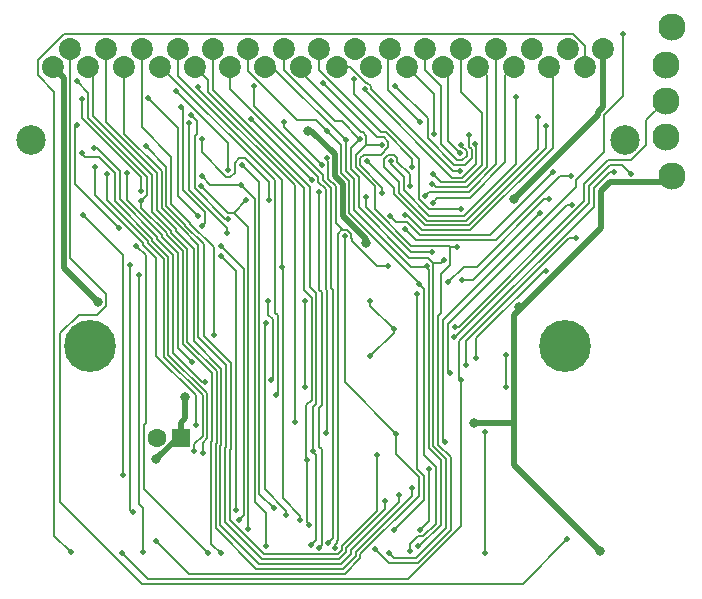
<source format=gbr>
%TF.GenerationSoftware,KiCad,Pcbnew,(6.0.2)*%
%TF.CreationDate,2022-08-06T21:19:04-05:00*%
%TF.ProjectId,CP RSF,43502052-5346-42e6-9b69-6361645f7063,rev?*%
%TF.SameCoordinates,Original*%
%TF.FileFunction,Copper,L2,Bot*%
%TF.FilePolarity,Positive*%
%FSLAX46Y46*%
G04 Gerber Fmt 4.6, Leading zero omitted, Abs format (unit mm)*
G04 Created by KiCad (PCBNEW (6.0.2)) date 2022-08-06 21:19:04*
%MOMM*%
%LPD*%
G01*
G04 APERTURE LIST*
%TA.AperFunction,ComponentPad*%
%ADD10C,2.300000*%
%TD*%
%TA.AperFunction,ComponentPad*%
%ADD11C,4.400000*%
%TD*%
%TA.AperFunction,ComponentPad*%
%ADD12C,2.500000*%
%TD*%
%TA.AperFunction,ComponentPad*%
%ADD13R,1.600000X1.600000*%
%TD*%
%TA.AperFunction,ComponentPad*%
%ADD14C,1.600000*%
%TD*%
%TA.AperFunction,ComponentPad*%
%ADD15C,1.860000*%
%TD*%
%TA.AperFunction,ViaPad*%
%ADD16C,0.500000*%
%TD*%
%TA.AperFunction,ViaPad*%
%ADD17C,0.800000*%
%TD*%
%TA.AperFunction,Conductor*%
%ADD18C,0.200000*%
%TD*%
%TA.AperFunction,Conductor*%
%ADD19C,0.500000*%
%TD*%
G04 APERTURE END LIST*
D10*
%TO.P,S1,1,A*%
%TO.N,unconnected-(S1-Pad1)*%
X169552000Y-84772000D03*
%TO.P,S1,2,B*%
%TO.N,/Switch*%
X169540000Y-81722000D03*
%TO.P,S1,3,C*%
%TO.N,/GND*%
X169568000Y-78698000D03*
%TO.P,S1,4,Case_GND*%
X170027000Y-88067000D03*
%TO.P,S1,5,Case_GND*%
%TO.N,unconnected-(S1-Pad5)*%
X170038000Y-75501000D03*
%TD*%
D11*
%TO.P,Hole3,1*%
%TO.N,N/C*%
X161043000Y-102433000D03*
%TD*%
D12*
%TO.P,Hole1,1*%
%TO.N,N/C*%
X115831000Y-85035000D03*
%TD*%
D13*
%TO.P,C8,1*%
%TO.N,/VCC*%
X128473100Y-110218000D03*
D14*
%TO.P,C8,2*%
%TO.N,/GND*%
X126473100Y-110218000D03*
%TD*%
D12*
%TO.P,Hole2,1*%
%TO.N,N/C*%
X166073000Y-85049000D03*
%TD*%
D15*
%TO.P,J2,1,+3.3V/+5V*%
%TO.N,/VCC*%
X164245000Y-77303000D03*
%TO.P,J2,2,Clock*%
%TO.N,/Clock*%
X162698500Y-78811000D03*
%TO.P,J2,3,/WR*%
%TO.N,/Write*%
X161230100Y-77302900D03*
%TO.P,J2,4,/RD*%
%TO.N,/Read_Top*%
X159682000Y-78809000D03*
%TO.P,J2,5,/CS.ROM*%
%TO.N,/CS.ROM*%
X158212000Y-77303000D03*
%TO.P,J2,6,AD0*%
%TO.N,/AD0*%
X156666000Y-78811000D03*
%TO.P,J2,7,AD1*%
%TO.N,/AD1*%
X155197600Y-77302900D03*
%TO.P,J2,8,AD2*%
%TO.N,/AD2*%
X153648000Y-78810000D03*
%TO.P,J2,9,AD3*%
%TO.N,/AD3*%
X152222000Y-77304000D03*
%TO.P,J2,10,AD4*%
%TO.N,/AD4*%
X150673200Y-78811000D03*
%TO.P,J2,11,AD5*%
%TO.N,/AD5*%
X149165100Y-77302900D03*
%TO.P,J2,12,AD6*%
%TO.N,/AD6*%
X147613000Y-78811000D03*
%TO.P,J2,13,AD7*%
%TO.N,/AD7*%
X146148800Y-77302900D03*
%TO.P,J2,14,AD8*%
%TO.N,/AD8*%
X144599000Y-78811000D03*
%TO.P,J2,15,AD9*%
%TO.N,/AD9*%
X143213000Y-77302000D03*
%TO.P,J2,16,AD10*%
%TO.N,/AD10*%
X141662000Y-78812000D03*
%TO.P,J2,17,AD11*%
%TO.N,/AD11*%
X140192000Y-77303000D03*
%TO.P,J2,18,AD12*%
%TO.N,/AD12*%
X138647000Y-78810000D03*
%TO.P,J2,19,AD13*%
%TO.N,/AD13*%
X137178000Y-77304000D03*
%TO.P,J2,20,AD14*%
%TO.N,/AD14*%
X135630000Y-78812000D03*
%TO.P,J2,21,AD15*%
%TO.N,/AD15*%
X134162000Y-77302000D03*
%TO.P,J2,22,A16*%
%TO.N,/A16*%
X132617000Y-78810000D03*
%TO.P,J2,23,A17*%
%TO.N,/A17*%
X131184000Y-77301000D03*
%TO.P,J2,24,A18*%
%TO.N,/A18*%
X129640000Y-78811000D03*
%TO.P,J2,25,A19*%
%TO.N,/A19*%
X128249000Y-77306000D03*
%TO.P,J2,26,A20*%
%TO.N,/A20*%
X126698000Y-78809000D03*
%TO.P,J2,27,A21*%
%TO.N,/A21*%
X125153000Y-77304000D03*
%TO.P,J2,28,A22*%
%TO.N,/A22*%
X123646000Y-78811000D03*
%TO.P,J2,29,A23*%
%TO.N,/A23*%
X122139000Y-77304000D03*
%TO.P,J2,30,/CS.SRAM*%
%TO.N,/CS.SRAM*%
X120632000Y-78819000D03*
%TO.P,J2,31,/REQ*%
%TO.N,/REQ*%
X119117000Y-77304000D03*
%TO.P,J2,32,GND*%
%TO.N,/GND*%
X117613500Y-78811000D03*
%TD*%
D11*
%TO.P,Hole4,1*%
%TO.N,N/C*%
X120795000Y-102481000D03*
%TD*%
D16*
%TO.N,/AD12.B4*%
X159615800Y-90037700D03*
X151073900Y-97076100D03*
%TO.N,/AD13.B5*%
X152273300Y-96874900D03*
X158870100Y-91220200D03*
%TO.N,/AD14.B6*%
X153447300Y-103475400D03*
X159419000Y-96086000D03*
%TO.N,/AD15.B7*%
X155969500Y-103218300D03*
X155969500Y-105971300D03*
X138963900Y-105971300D03*
X138963900Y-98622800D03*
%TO.N,/AD8.B0*%
X161478200Y-88074300D03*
X147429100Y-92573300D03*
%TO.N,/AD9.B1*%
X161574900Y-90501800D03*
X151230800Y-104786700D03*
X136151000Y-105328800D03*
X135879000Y-98694600D03*
%TO.N,/AD10.B2*%
X159968500Y-87744300D03*
X146196700Y-91421400D03*
%TO.N,/AD11.B3*%
X152628000Y-104109000D03*
X161937700Y-93355400D03*
%TO.N,/AD7.B7*%
X120098000Y-86155100D03*
X130311700Y-111556100D03*
%TO.N,/AD6.B6*%
X130481400Y-105480000D03*
X121083700Y-85738900D03*
%TO.N,/AD5.B5*%
X121192500Y-87348100D03*
X129738800Y-109189000D03*
%TO.N,/AD4.B4*%
X129600100Y-111360000D03*
X122187800Y-87872500D03*
%TO.N,/AD0.B0*%
X145052700Y-111729000D03*
X125502900Y-85557100D03*
%TO.N,/AD1.B1*%
X129943400Y-80516400D03*
X138099900Y-108867600D03*
%TO.N,/AD2.B2*%
X123923100Y-87798600D03*
X129415100Y-103848000D03*
%TO.N,/AD3.B3*%
X120224900Y-91382600D03*
X123608700Y-113356200D03*
%TO.N,/CS.SRAM*%
X148070700Y-114492300D03*
%TO.N,/A23*%
X146977900Y-115080700D03*
%TO.N,/A22*%
X145751300Y-115570700D03*
%TO.N,/A21*%
X131257900Y-101569000D03*
X137386200Y-116770300D03*
X135688100Y-100552800D03*
%TO.N,/A20*%
X136548600Y-106649000D03*
X154211500Y-109735600D03*
X154211500Y-119961000D03*
%TO.N,/A19*%
X137028100Y-95743500D03*
X138589900Y-117186600D03*
%TO.N,/A18*%
X139161300Y-112149000D03*
X139367500Y-117583500D03*
%TO.N,/A17*%
X139648900Y-111370200D03*
X139496500Y-119342700D03*
%TO.N,/A16*%
X140754100Y-109870600D03*
X148748300Y-118027800D03*
X149500500Y-112915400D03*
%TO.N,/CS.ROM*%
X152165200Y-105379000D03*
X165160600Y-87744100D03*
X123477300Y-119953800D03*
%TO.N,/Clock*%
X119154000Y-119938500D03*
%TO.N,/AD15*%
X148632300Y-97208900D03*
X147913100Y-119855600D03*
X140863800Y-84238800D03*
%TO.N,/AD7*%
X135670700Y-119411100D03*
X148731300Y-83507400D03*
X133539300Y-88853700D03*
X130226000Y-88094100D03*
%TO.N,/AD14*%
X149313400Y-95696500D03*
X148517100Y-119438400D03*
X142440200Y-85035900D03*
%TO.N,/AD6*%
X149937300Y-84496000D03*
X134203000Y-117951800D03*
X130222000Y-88904900D03*
X134026500Y-90119500D03*
%TO.N,/AD13*%
X143641500Y-84911800D03*
X146076200Y-119961700D03*
X150727400Y-95221900D03*
%TO.N,/AD5*%
X125136500Y-90225700D03*
X119675000Y-80049200D03*
X131845000Y-120024200D03*
X152229300Y-85431000D03*
%TO.N,/AD12*%
X151889900Y-94051200D03*
X144933700Y-119641700D03*
X145506400Y-85412100D03*
%TO.N,/AD4*%
X152093600Y-86154500D03*
X130799100Y-119974400D03*
X124717700Y-93964800D03*
%TO.N,/AD11*%
X140818200Y-86539400D03*
X148068400Y-87315000D03*
X146022800Y-95693900D03*
X141537000Y-119530100D03*
%TO.N,/AD3*%
X149844200Y-87945400D03*
X133414900Y-117187000D03*
X131884500Y-94011600D03*
%TO.N,/AD10*%
X152075200Y-87654900D03*
X140951600Y-119125200D03*
X134673100Y-80460100D03*
%TO.N,/AD2*%
X133170800Y-116387800D03*
X131902000Y-94821000D03*
X149773500Y-88747200D03*
%TO.N,/AD9*%
X140522800Y-80242000D03*
X145545900Y-89505600D03*
X140199000Y-119545200D03*
X140199000Y-89454700D03*
%TO.N,/AD1*%
X149153800Y-89756500D03*
X124439900Y-116545700D03*
X124210700Y-95631200D03*
%TO.N,/AD8*%
X152180000Y-90883600D03*
X143146500Y-79903400D03*
X146540000Y-118075100D03*
X148496400Y-98040300D03*
%TO.N,/AD0*%
X149785700Y-90349200D03*
X125311500Y-119950700D03*
X124961400Y-96445700D03*
%TO.N,/Read_Bottom*%
X146681200Y-109882900D03*
X126394100Y-118998200D03*
X142351700Y-93176100D03*
%TO.N,/SST.A0*%
X149781500Y-94538700D03*
X144115500Y-89854800D03*
%TO.N,/SST.A1*%
X132394600Y-92861600D03*
X129200500Y-83612300D03*
%TO.N,/SST.A2*%
X132483500Y-91729100D03*
X129295000Y-82906800D03*
%TO.N,/SST.A3*%
X130254900Y-92296900D03*
X128506900Y-82216400D03*
%TO.N,/SST.A4*%
X125724800Y-81499200D03*
X129950500Y-91431000D03*
%TO.N,/SST.A5*%
X128078800Y-80899700D03*
X132473100Y-87534600D03*
%TO.N,/SST.A6*%
X119724500Y-83760900D03*
X123253200Y-92505800D03*
%TO.N,/SST.A7*%
X125091100Y-89352700D03*
X120067200Y-81572400D03*
%TO.N,/Write*%
X136348200Y-116189200D03*
X133668800Y-87115700D03*
X150851800Y-110618800D03*
X165919000Y-76060100D03*
%TO.N,/SST.A8*%
X156836300Y-81362700D03*
X146264300Y-86821200D03*
X135909200Y-90078100D03*
X130228900Y-84931000D03*
%TO.N,/SST.A10*%
X159401600Y-83869800D03*
X144219000Y-86812300D03*
X140415300Y-87126900D03*
X137235300Y-83530900D03*
%TO.N,/SST.A11*%
X158720400Y-83099800D03*
X147879900Y-88904600D03*
X139574600Y-88408200D03*
X134389300Y-83223100D03*
%TO.N,/SST.A14*%
X152862300Y-84612800D03*
X146601400Y-80422500D03*
%TO.N,/SST.A15*%
X153412400Y-85351400D03*
X144043000Y-80710800D03*
%TO.N,/Switch*%
X151690200Y-100840300D03*
%TO.N,/245.OE*%
X151615100Y-101699200D03*
X166554300Y-87885400D03*
X146509700Y-101037300D03*
X144530600Y-98681700D03*
X144501400Y-103357000D03*
%TO.N,/Read_Top*%
X147486900Y-91403300D03*
D17*
%TO.N,/GND*%
X153265500Y-108996700D03*
X139250800Y-84235600D03*
X144179700Y-93783800D03*
X121442600Y-98741400D03*
X157114000Y-99154700D03*
X163960000Y-119814800D03*
D16*
%TO.N,/REQ*%
X161209300Y-118801700D03*
D17*
%TO.N,/VCC*%
X156671100Y-90006500D03*
X128844500Y-106774200D03*
X126392900Y-112066300D03*
%TD*%
D18*
%TO.N,/AD12.B4*%
X152410600Y-95739400D02*
X151073900Y-97076100D01*
X153518000Y-95739400D02*
X152410600Y-95739400D01*
X159219600Y-90037800D02*
X153518000Y-95739400D01*
X159615800Y-90037800D02*
X159219600Y-90037800D01*
X159615800Y-90037700D02*
X159615800Y-90037800D01*
%TO.N,/AD13.B5*%
X153215400Y-96874900D02*
X158870100Y-91220200D01*
X152273300Y-96874900D02*
X153215400Y-96874900D01*
%TO.N,/AD14.B6*%
X153447300Y-101831500D02*
X153447300Y-103475400D01*
X159192800Y-96086000D02*
X153447300Y-101831500D01*
X159419000Y-96086000D02*
X159192800Y-96086000D01*
%TO.N,/AD15.B7*%
X155969500Y-103218300D02*
X155969500Y-105971300D01*
X138963900Y-98622800D02*
X138963900Y-105971300D01*
%TO.N,/AD8.B0*%
X160547500Y-88074300D02*
X161478200Y-88074300D01*
X155125800Y-93496000D02*
X160547500Y-88074300D01*
X148351800Y-93496000D02*
X155125800Y-93496000D01*
X147429100Y-92573300D02*
X148351800Y-93496000D01*
%TO.N,/AD9.B1*%
X135879000Y-99813100D02*
X135879000Y-98694600D01*
X136268700Y-100202800D02*
X135879000Y-99813100D01*
X136268700Y-105211100D02*
X136268700Y-100202800D01*
X136151000Y-105328800D02*
X136268700Y-105211100D01*
X151063100Y-104619000D02*
X151230800Y-104786700D01*
X151063100Y-100600600D02*
X151063100Y-104619000D01*
X161161900Y-90501800D02*
X151063100Y-100600600D01*
X161574900Y-90501800D02*
X161161900Y-90501800D01*
%TO.N,/AD10.B2*%
X154625800Y-93087000D02*
X159968500Y-87744300D01*
X148720900Y-93087000D02*
X154625800Y-93087000D01*
X147590100Y-91956200D02*
X148720900Y-93087000D01*
X146731500Y-91956200D02*
X147590100Y-91956200D01*
X146196700Y-91421400D02*
X146731500Y-91956200D01*
%TO.N,/AD11.B3*%
X152628000Y-102056700D02*
X152628000Y-104109000D01*
X161329300Y-93355400D02*
X152628000Y-102056700D01*
X161937700Y-93355400D02*
X161329300Y-93355400D01*
%TO.N,/AD7.B7*%
X120374200Y-86431300D02*
X120098000Y-86155100D01*
X121524600Y-86431300D02*
X120374200Y-86431300D01*
X122884100Y-87790800D02*
X121524600Y-86431300D01*
X122884100Y-90221700D02*
X122884100Y-87790800D01*
X126068000Y-93405600D02*
X122884100Y-90221700D01*
X126068000Y-93592700D02*
X126068000Y-93405600D01*
X127429300Y-94954000D02*
X126068000Y-93592700D01*
X127429300Y-103206100D02*
X127429300Y-94954000D01*
X130711800Y-106488600D02*
X127429300Y-103206100D01*
X130711800Y-110251900D02*
X130711800Y-106488600D01*
X130311700Y-110652000D02*
X130711800Y-110251900D01*
X130311700Y-111556100D02*
X130311700Y-110652000D01*
%TO.N,/AD6.B6*%
X121398000Y-85738900D02*
X121083700Y-85738900D01*
X123284200Y-87625100D02*
X121398000Y-85738900D01*
X123284200Y-90056000D02*
X123284200Y-87625100D01*
X126468100Y-93239900D02*
X123284200Y-90056000D01*
X126468100Y-93427000D02*
X126468100Y-93239900D01*
X127829400Y-94788300D02*
X126468100Y-93427000D01*
X127829400Y-103040400D02*
X127829400Y-94788300D01*
X130269000Y-105480000D02*
X127829400Y-103040400D01*
X130481400Y-105480000D02*
X130269000Y-105480000D01*
%TO.N,/AD5.B5*%
X121192500Y-89661700D02*
X121192500Y-87348100D01*
X125267800Y-93737000D02*
X121192500Y-89661700D01*
X125267800Y-93924100D02*
X125267800Y-93737000D01*
X126394800Y-95051100D02*
X125267800Y-93924100D01*
X126394800Y-103303300D02*
X126394800Y-95051100D01*
X129738800Y-106647300D02*
X126394800Y-103303300D01*
X129738800Y-109189000D02*
X129738800Y-106647300D01*
%TO.N,/AD4.B4*%
X122187800Y-90091200D02*
X122187800Y-87872500D01*
X125667900Y-93571300D02*
X122187800Y-90091200D01*
X125667900Y-93758400D02*
X125667900Y-93571300D01*
X127029200Y-95119700D02*
X125667900Y-93758400D01*
X127029200Y-103371800D02*
X127029200Y-95119700D01*
X130311700Y-106654300D02*
X127029200Y-103371800D01*
X130311700Y-110064100D02*
X130311700Y-106654300D01*
X129600100Y-110775700D02*
X130311700Y-110064100D01*
X129600100Y-111360000D02*
X129600100Y-110775700D01*
%TO.N,/AD0.B0*%
X127241600Y-87295800D02*
X125502900Y-85557100D01*
X127241600Y-90618500D02*
X127241600Y-87295800D01*
X128868700Y-92245600D02*
X127241600Y-90618500D01*
X128868700Y-92268600D02*
X128868700Y-92245600D01*
X130412700Y-93812600D02*
X128868700Y-92268600D01*
X130412700Y-101632300D02*
X130412700Y-93812600D01*
X132712300Y-103931900D02*
X130412700Y-101632300D01*
X132712300Y-111158200D02*
X132712300Y-103931900D01*
X132615400Y-111255100D02*
X132712300Y-111158200D01*
X132615400Y-117198500D02*
X132615400Y-111255100D01*
X135514800Y-120097900D02*
X132615400Y-117198500D01*
X141747200Y-120097900D02*
X135514800Y-120097900D01*
X142087100Y-119758000D02*
X141747200Y-120097900D01*
X142087100Y-119396500D02*
X142087100Y-119758000D01*
X145052700Y-116430900D02*
X142087100Y-119396500D01*
X145052700Y-111729000D02*
X145052700Y-116430900D01*
%TO.N,/AD1.B1*%
X129943400Y-80687000D02*
X129943400Y-80516400D01*
X138099900Y-88843500D02*
X129943400Y-80687000D01*
X138099900Y-108867600D02*
X138099900Y-88843500D01*
%TO.N,/AD2.B2*%
X123923100Y-90129100D02*
X123923100Y-87798600D01*
X126868200Y-93074200D02*
X123923100Y-90129100D01*
X126868200Y-93261300D02*
X126868200Y-93074200D01*
X128229500Y-94622600D02*
X126868200Y-93261300D01*
X128229500Y-102662400D02*
X128229500Y-94622600D01*
X129415100Y-103848000D02*
X128229500Y-102662400D01*
%TO.N,/AD3.B3*%
X123608700Y-94766400D02*
X123608700Y-113356200D01*
X120224900Y-91382600D02*
X123608700Y-94766400D01*
%TO.N,/CS.SRAM*%
X121032100Y-79219100D02*
X120632000Y-78819000D01*
X121032100Y-82996200D02*
X121032100Y-79219100D01*
X126041300Y-88005400D02*
X121032100Y-82996200D01*
X126041300Y-91115600D02*
X126041300Y-88005400D01*
X127668400Y-92742700D02*
X126041300Y-91115600D01*
X127668400Y-92929900D02*
X127668400Y-92742700D01*
X129029700Y-94291200D02*
X127668400Y-92929900D01*
X129029700Y-102118800D02*
X129029700Y-94291200D01*
X131512000Y-104601100D02*
X129029700Y-102118800D01*
X131512000Y-110661100D02*
X131512000Y-104601100D01*
X131415100Y-110758000D02*
X131512000Y-110661100D01*
X131415100Y-117909700D02*
X131415100Y-110758000D01*
X134822200Y-121316800D02*
X131415100Y-117909700D01*
X142225700Y-121316800D02*
X134822200Y-121316800D01*
X143287400Y-120255100D02*
X142225700Y-121316800D01*
X143287400Y-119944400D02*
X143287400Y-120255100D01*
X148070700Y-115161100D02*
X143287400Y-119944400D01*
X148070700Y-114492300D02*
X148070700Y-115161100D01*
%TO.N,/A23*%
X122139000Y-83537100D02*
X122139000Y-77304000D01*
X126441400Y-87839500D02*
X122139000Y-83537100D01*
X126441400Y-90949900D02*
X126441400Y-87839500D01*
X128068500Y-92577000D02*
X126441400Y-90949900D01*
X128068500Y-92764200D02*
X128068500Y-92577000D01*
X129553800Y-94249500D02*
X128068500Y-92764200D01*
X129553800Y-102077100D02*
X129553800Y-94249500D01*
X131912100Y-104435400D02*
X129553800Y-102077100D01*
X131912100Y-110826800D02*
X131912100Y-104435400D01*
X131815200Y-110923700D02*
X131912100Y-110826800D01*
X131815200Y-117638900D02*
X131815200Y-110923700D01*
X135093000Y-120916700D02*
X131815200Y-117638900D01*
X142060000Y-120916700D02*
X135093000Y-120916700D01*
X142887300Y-120089400D02*
X142060000Y-120916700D01*
X142887300Y-119778700D02*
X142887300Y-120089400D01*
X146977900Y-115688100D02*
X142887300Y-119778700D01*
X146977900Y-115080700D02*
X146977900Y-115688100D01*
%TO.N,/A22*%
X123646000Y-84478200D02*
X123646000Y-78811000D01*
X126841500Y-87673700D02*
X123646000Y-84478200D01*
X126841500Y-90784200D02*
X126841500Y-87673700D01*
X128468600Y-92411300D02*
X126841500Y-90784200D01*
X128468600Y-92434200D02*
X128468600Y-92411300D01*
X129954000Y-93919600D02*
X128468600Y-92434200D01*
X129954000Y-101739600D02*
X129954000Y-93919600D01*
X132312200Y-104097800D02*
X129954000Y-101739600D01*
X132312200Y-110992500D02*
X132312200Y-104097800D01*
X132215300Y-111089400D02*
X132312200Y-110992500D01*
X132215300Y-117395100D02*
X132215300Y-111089400D01*
X135336800Y-120516600D02*
X132215300Y-117395100D01*
X141894300Y-120516600D02*
X135336800Y-120516600D01*
X142487200Y-119923700D02*
X141894300Y-120516600D01*
X142487200Y-119562200D02*
X142487200Y-119923700D01*
X145751300Y-116298100D02*
X142487200Y-119562200D01*
X145751300Y-115570700D02*
X145751300Y-116298100D01*
%TO.N,/A21*%
X137386200Y-116397400D02*
X137386200Y-116770300D01*
X135600900Y-114612100D02*
X137386200Y-116397400D01*
X135600900Y-100640000D02*
X135600900Y-114612100D01*
X135688100Y-100552800D02*
X135600900Y-100640000D01*
X125153000Y-83949300D02*
X125153000Y-77304000D01*
X127641700Y-86438000D02*
X125153000Y-83949300D01*
X127641700Y-90452800D02*
X127641700Y-86438000D01*
X129268800Y-92079900D02*
X127641700Y-90452800D01*
X129268800Y-92102700D02*
X129268800Y-92079900D01*
X131257900Y-94091800D02*
X129268800Y-92102700D01*
X131257900Y-101569000D02*
X131257900Y-94091800D01*
%TO.N,/A20*%
X154211500Y-109735600D02*
X154211500Y-119961000D01*
X136701100Y-106496500D02*
X136548600Y-106649000D01*
X136701100Y-99869200D02*
X136701100Y-106496500D01*
X136468700Y-99636800D02*
X136701100Y-99869200D01*
X136468700Y-88452200D02*
X136468700Y-99636800D01*
X126825500Y-78809000D02*
X136468700Y-88452200D01*
X126698000Y-78809000D02*
X126825500Y-78809000D01*
%TO.N,/A19*%
X137028100Y-88392400D02*
X137028100Y-95743500D01*
X128249000Y-79613300D02*
X137028100Y-88392400D01*
X128249000Y-77306000D02*
X128249000Y-79613300D01*
X137101200Y-95816600D02*
X137028100Y-95743500D01*
X137101200Y-115346300D02*
X137101200Y-95816600D01*
X138589900Y-116835000D02*
X137101200Y-115346300D01*
X138589900Y-117186600D02*
X138589900Y-116835000D01*
%TO.N,/A18*%
X139161300Y-117377300D02*
X139367500Y-117583500D01*
X139161300Y-112149000D02*
X139161300Y-117377300D01*
X130783800Y-79954800D02*
X129640000Y-78811000D01*
X130783800Y-80961500D02*
X130783800Y-79954800D01*
X138874700Y-89052400D02*
X130783800Y-80961500D01*
X138874700Y-97698600D02*
X138874700Y-89052400D01*
X139548900Y-98372800D02*
X138874700Y-97698600D01*
X139548900Y-106998900D02*
X139548900Y-98372800D01*
X139074500Y-107473300D02*
X139548900Y-106998900D01*
X139074500Y-112062200D02*
X139074500Y-107473300D01*
X139161300Y-112149000D02*
X139074500Y-112062200D01*
%TO.N,/A17*%
X139949000Y-118890200D02*
X139496500Y-119342700D01*
X139949000Y-111670300D02*
X139949000Y-118890200D01*
X139648900Y-111370200D02*
X139949000Y-111670300D01*
X131184000Y-80795900D02*
X131184000Y-77301000D01*
X139416000Y-89027900D02*
X131184000Y-80795900D01*
X139416000Y-97473900D02*
X139416000Y-89027900D01*
X139949000Y-98006900D02*
X139416000Y-97473900D01*
X139949000Y-107364500D02*
X139949000Y-98006900D01*
X139648900Y-107664600D02*
X139949000Y-107364500D01*
X139648900Y-111370200D02*
X139648900Y-107664600D01*
%TO.N,/A16*%
X149500500Y-117275600D02*
X149500500Y-112915400D01*
X148748300Y-118027800D02*
X149500500Y-117275600D01*
X132617000Y-80672700D02*
X132617000Y-78810000D01*
X140124700Y-88180400D02*
X132617000Y-80672700D01*
X140124700Y-88582700D02*
X140124700Y-88180400D01*
X140754100Y-89212100D02*
X140124700Y-88582700D01*
X140754100Y-97680400D02*
X140754100Y-89212100D01*
X140849200Y-97775500D02*
X140754100Y-97680400D01*
X140849200Y-109775500D02*
X140849200Y-97775500D01*
X140754100Y-109870600D02*
X140849200Y-109775500D01*
%TO.N,/CS.ROM*%
X125692100Y-122168600D02*
X123477300Y-119953800D01*
X147727300Y-122168600D02*
X125692100Y-122168600D01*
X152165200Y-117730700D02*
X147727300Y-122168600D01*
X152165200Y-105379000D02*
X152165200Y-117730700D01*
X152060300Y-105274100D02*
X152165200Y-105379000D01*
X152060300Y-102032100D02*
X152060300Y-105274100D01*
X163434700Y-90657700D02*
X152060300Y-102032100D01*
X163434700Y-89099000D02*
X163434700Y-90657700D01*
X164789600Y-87744100D02*
X163434700Y-89099000D01*
X165160600Y-87744100D02*
X164789600Y-87744100D01*
%TO.N,/Clock*%
X162698500Y-77031400D02*
X162698500Y-78811000D01*
X161693300Y-76026200D02*
X162698500Y-77031400D01*
X118607900Y-76026200D02*
X161693300Y-76026200D01*
X116343800Y-78290300D02*
X118607900Y-76026200D01*
X116343800Y-79499900D02*
X116343800Y-78290300D01*
X117768000Y-80924100D02*
X116343800Y-79499900D01*
X117768000Y-118552500D02*
X117768000Y-80924100D01*
X119154000Y-119938500D02*
X117768000Y-118552500D01*
%TO.N,/AD15*%
X149062600Y-97639200D02*
X148632300Y-97208900D01*
X149062600Y-111699600D02*
X149062600Y-97639200D01*
X150056600Y-112693600D02*
X149062600Y-111699600D01*
X150056600Y-117497500D02*
X150056600Y-112693600D01*
X148976200Y-118577900D02*
X150056600Y-117497500D01*
X148596000Y-118577900D02*
X148976200Y-118577900D01*
X147913100Y-119260800D02*
X148596000Y-118577900D01*
X147913100Y-119855600D02*
X147913100Y-119260800D01*
X142068400Y-85443400D02*
X140863800Y-84238800D01*
X142068400Y-87838700D02*
X142068400Y-85443400D01*
X142727600Y-88497900D02*
X142068400Y-87838700D01*
X142727600Y-91218100D02*
X142727600Y-88497900D01*
X148632300Y-97122800D02*
X142727600Y-91218100D01*
X148632300Y-97208900D02*
X148632300Y-97122800D01*
X139952600Y-83327600D02*
X140863800Y-84238800D01*
X138344300Y-83327600D02*
X139952600Y-83327600D01*
X134162000Y-79145300D02*
X138344300Y-83327600D01*
X134162000Y-77302000D02*
X134162000Y-79145300D01*
%TO.N,/AD7*%
X146051300Y-80827400D02*
X148731300Y-83507400D01*
X146051300Y-77400400D02*
X146051300Y-80827400D01*
X146148800Y-77302900D02*
X146051300Y-77400400D01*
X130985600Y-88853700D02*
X130226000Y-88094100D01*
X133539300Y-88853700D02*
X130985600Y-88853700D01*
X135670700Y-116643300D02*
X135670700Y-119411100D01*
X134732100Y-115704700D02*
X135670700Y-116643300D01*
X134732100Y-90046500D02*
X134732100Y-115704700D01*
X133539300Y-88853700D02*
X134732100Y-90046500D01*
%TO.N,/AD14*%
X149240500Y-95769400D02*
X149313400Y-95696500D01*
X136216300Y-78812000D02*
X135630000Y-78812000D01*
X142440200Y-85035900D02*
X136216300Y-78812000D01*
X149462700Y-95991600D02*
X149240500Y-95769400D01*
X149462700Y-111139600D02*
X149462700Y-95991600D01*
X150469900Y-112146800D02*
X149462700Y-111139600D01*
X150469900Y-117650000D02*
X150469900Y-112146800D01*
X148681500Y-119438400D02*
X150469900Y-117650000D01*
X148517100Y-119438400D02*
X148681500Y-119438400D01*
X142468500Y-85064200D02*
X142440200Y-85035900D01*
X142468500Y-87673000D02*
X142468500Y-85064200D01*
X143127700Y-88332200D02*
X142468500Y-87673000D01*
X143127700Y-90920300D02*
X143127700Y-88332200D01*
X147976800Y-95769400D02*
X143127700Y-90920300D01*
X149240500Y-95769400D02*
X147976800Y-95769400D01*
%TO.N,/AD6*%
X149937300Y-81135300D02*
X149937300Y-84496000D01*
X147613000Y-78811000D02*
X149937300Y-81135300D01*
X132496000Y-91178900D02*
X132967100Y-91178900D01*
X130222000Y-88904900D02*
X132496000Y-91178900D01*
X134203000Y-92414800D02*
X132967100Y-91178900D01*
X134203000Y-117951800D02*
X134203000Y-92414800D01*
X132967100Y-91178900D02*
X134026500Y-90119500D01*
%TO.N,/AD13*%
X137178000Y-79087100D02*
X137178000Y-77304000D01*
X141496400Y-83405500D02*
X137178000Y-79087100D01*
X142086600Y-83405500D02*
X141496400Y-83405500D01*
X143592900Y-84911800D02*
X142086600Y-83405500D01*
X143641500Y-84911800D02*
X143592900Y-84911800D01*
X150524400Y-95424900D02*
X150727400Y-95221900D01*
X149867900Y-95424900D02*
X150524400Y-95424900D01*
X149867900Y-99760700D02*
X149867900Y-95424900D01*
X149862800Y-99765800D02*
X149867900Y-99760700D01*
X149862800Y-110973900D02*
X149862800Y-99765800D01*
X150907600Y-112018700D02*
X149862800Y-110973900D01*
X150907600Y-117856700D02*
X150907600Y-112018700D01*
X148358600Y-120405700D02*
X150907600Y-117856700D01*
X146520200Y-120405700D02*
X148358600Y-120405700D01*
X146076200Y-119961700D02*
X146520200Y-120405700D01*
X142868600Y-85684700D02*
X143641500Y-84911800D01*
X142868600Y-87507300D02*
X142868600Y-85684700D01*
X143527800Y-88166500D02*
X142868600Y-87507300D01*
X143527800Y-90711100D02*
X143527800Y-88166500D01*
X147810200Y-94993500D02*
X143527800Y-90711100D01*
X149436500Y-94993500D02*
X147810200Y-94993500D01*
X149867900Y-95424900D02*
X149436500Y-94993500D01*
%TO.N,/AD5*%
X120632000Y-81006200D02*
X119675000Y-80049200D01*
X120632000Y-83161900D02*
X120632000Y-81006200D01*
X125641200Y-88171100D02*
X120632000Y-83161900D01*
X125641200Y-89721000D02*
X125641200Y-88171100D01*
X125136500Y-90225700D02*
X125641200Y-89721000D01*
X152229300Y-85512000D02*
X152229300Y-85431000D01*
X152671200Y-85953900D02*
X152229300Y-85512000D01*
X152671200Y-86354900D02*
X152671200Y-85953900D01*
X152321500Y-86704600D02*
X152671200Y-86354900D01*
X151865800Y-86704600D02*
X152321500Y-86704600D01*
X150487400Y-85326200D02*
X151865800Y-86704600D01*
X150487400Y-80432900D02*
X150487400Y-85326200D01*
X149165100Y-79110600D02*
X150487400Y-80432900D01*
X149165100Y-77302900D02*
X149165100Y-79110600D01*
X125136500Y-90776700D02*
X125136500Y-90225700D01*
X127268300Y-92908500D02*
X125136500Y-90776700D01*
X127268300Y-93095600D02*
X127268300Y-92908500D01*
X128629600Y-94456900D02*
X127268300Y-93095600D01*
X128629600Y-102284500D02*
X128629600Y-94456900D01*
X131111900Y-104766800D02*
X128629600Y-102284500D01*
X131111900Y-110495400D02*
X131111900Y-104766800D01*
X131014900Y-110592400D02*
X131111900Y-110495400D01*
X131014900Y-119194100D02*
X131014900Y-110592400D01*
X131845000Y-120024200D02*
X131014900Y-119194100D01*
%TO.N,/AD12*%
X151284500Y-94051200D02*
X151889900Y-94051200D01*
X151284500Y-95605000D02*
X151284500Y-94051200D01*
X150487700Y-96401800D02*
X151284500Y-95605000D01*
X150487700Y-99706700D02*
X150487700Y-96401800D01*
X150262900Y-99931500D02*
X150487700Y-99706700D01*
X150262900Y-110808200D02*
X150262900Y-99931500D01*
X151307700Y-111853000D02*
X150262900Y-110808200D01*
X151307700Y-118022400D02*
X151307700Y-111853000D01*
X148524300Y-120805800D02*
X151307700Y-118022400D01*
X146097800Y-120805800D02*
X148524300Y-120805800D01*
X144933700Y-119641700D02*
X146097800Y-120805800D01*
X144191700Y-85412100D02*
X145506400Y-85412100D01*
X143268700Y-86335100D02*
X144191700Y-85412100D01*
X143268700Y-87341600D02*
X143268700Y-86335100D01*
X144889700Y-88962600D02*
X143268700Y-87341600D01*
X144889700Y-90899400D02*
X144889700Y-88962600D01*
X147978800Y-93988500D02*
X144889700Y-90899400D01*
X151221800Y-93988500D02*
X147978800Y-93988500D01*
X151284500Y-94051200D02*
X151221800Y-93988500D01*
X138647000Y-79263700D02*
X138647000Y-78810000D01*
X143745000Y-84361700D02*
X138647000Y-79263700D01*
X143869400Y-84361700D02*
X143745000Y-84361700D01*
X144191700Y-84684000D02*
X143869400Y-84361700D01*
X144191700Y-85412100D02*
X144191700Y-84684000D01*
%TO.N,/AD4*%
X151073300Y-85134200D02*
X152093600Y-86154500D01*
X151073300Y-79211100D02*
X151073300Y-85134200D01*
X150673200Y-78811000D02*
X151073300Y-79211100D01*
X125361500Y-114536800D02*
X130799100Y-119974400D01*
X125361500Y-109145100D02*
X125361500Y-114536800D01*
X125555500Y-108951100D02*
X125361500Y-109145100D01*
X125555500Y-94802600D02*
X125555500Y-108951100D01*
X124717700Y-93964800D02*
X125555500Y-94802600D01*
%TO.N,/AD11*%
X142204000Y-92626000D02*
X142161400Y-92583300D01*
X142579600Y-92626000D02*
X142204000Y-92626000D01*
X142901800Y-92948200D02*
X142579600Y-92626000D01*
X142901800Y-93323800D02*
X142901800Y-92948200D01*
X142942800Y-93364800D02*
X142901800Y-93323800D01*
X142942800Y-93536900D02*
X142942800Y-93364800D01*
X145099800Y-95693900D02*
X142942800Y-93536900D01*
X146022800Y-95693900D02*
X145099800Y-95693900D01*
X141788300Y-92956400D02*
X142161400Y-92583300D01*
X141788300Y-118909200D02*
X141788300Y-92956400D01*
X141699400Y-118998100D02*
X141788300Y-118909200D01*
X141699400Y-119155400D02*
X141699400Y-118998100D01*
X141537000Y-119317800D02*
X141699400Y-119155400D01*
X141537000Y-119530100D02*
X141537000Y-119317800D01*
X140818200Y-86751800D02*
X140818200Y-86539400D01*
X140965400Y-86899000D02*
X140818200Y-86751800D01*
X140965400Y-88291800D02*
X140965400Y-86899000D01*
X141627400Y-88953800D02*
X140965400Y-88291800D01*
X141627400Y-92049400D02*
X141627400Y-88953800D01*
X142161400Y-92583300D02*
X141627400Y-92049400D01*
X140192000Y-79107000D02*
X140192000Y-77303000D01*
X145455400Y-84370400D02*
X140192000Y-79107000D01*
X145808600Y-84370400D02*
X145455400Y-84370400D01*
X148068400Y-86630200D02*
X145808600Y-84370400D01*
X148068400Y-87315000D02*
X148068400Y-86630200D01*
%TO.N,/AD3*%
X133802900Y-95930000D02*
X131884500Y-94011600D01*
X133802900Y-116799000D02*
X133802900Y-95930000D01*
X133414900Y-117187000D02*
X133802900Y-116799000D01*
X150503900Y-88605100D02*
X149844200Y-87945400D01*
X152555700Y-88605100D02*
X150503900Y-88605100D01*
X153984500Y-87176300D02*
X152555700Y-88605100D01*
X153984500Y-82754900D02*
X153984500Y-87176300D01*
X152222000Y-80992400D02*
X153984500Y-82754900D01*
X152222000Y-77304000D02*
X152222000Y-80992400D01*
%TO.N,/AD10*%
X151516800Y-87654900D02*
X152075200Y-87654900D01*
X144593100Y-80731200D02*
X151516800Y-87654900D01*
X144593100Y-80482900D02*
X144593100Y-80731200D01*
X144270900Y-80160700D02*
X144593100Y-80482900D01*
X144181800Y-80160700D02*
X144270900Y-80160700D01*
X142833100Y-78812000D02*
X144181800Y-80160700D01*
X141662000Y-78812000D02*
X142833100Y-78812000D01*
X134673100Y-82163000D02*
X134673100Y-80460100D01*
X140524800Y-88014700D02*
X134673100Y-82163000D01*
X140524800Y-88417000D02*
X140524800Y-88014700D01*
X141188100Y-89080300D02*
X140524800Y-88417000D01*
X141188100Y-97548600D02*
X141188100Y-89080300D01*
X141328600Y-97689100D02*
X141188100Y-97548600D01*
X141328600Y-118748200D02*
X141328600Y-97689100D01*
X140951600Y-119125200D02*
X141328600Y-118748200D01*
%TO.N,/AD2*%
X133170800Y-96089800D02*
X133170800Y-116387800D01*
X131902000Y-94821000D02*
X133170800Y-96089800D01*
X154397100Y-79559100D02*
X153648000Y-78810000D01*
X154397100Y-87329500D02*
X154397100Y-79559100D01*
X152709300Y-89017300D02*
X154397100Y-87329500D01*
X150043600Y-89017300D02*
X152709300Y-89017300D01*
X149773500Y-88747200D02*
X150043600Y-89017300D01*
%TO.N,/AD9*%
X140199000Y-97691100D02*
X140199000Y-89454700D01*
X140386600Y-97878700D02*
X140199000Y-97691100D01*
X140386600Y-107492700D02*
X140386600Y-97878700D01*
X140199000Y-107680300D02*
X140386600Y-107492700D01*
X140199000Y-110994800D02*
X140199000Y-107680300D01*
X140399000Y-111194800D02*
X140199000Y-110994800D01*
X140399000Y-119345200D02*
X140399000Y-111194800D01*
X140199000Y-119545200D02*
X140399000Y-119345200D01*
X145051300Y-84770500D02*
X140522800Y-80242000D01*
X145642900Y-84770500D02*
X145051300Y-84770500D01*
X146056500Y-85184100D02*
X145642900Y-84770500D01*
X146056500Y-85640000D02*
X146056500Y-85184100D01*
X145434300Y-86262200D02*
X146056500Y-85640000D01*
X143949300Y-86262200D02*
X145434300Y-86262200D01*
X143668800Y-86542700D02*
X143949300Y-86262200D01*
X143668800Y-87176000D02*
X143668800Y-86542700D01*
X145545900Y-89053100D02*
X143668800Y-87176000D01*
X145545900Y-89505600D02*
X145545900Y-89053100D01*
%TO.N,/AD1*%
X155197600Y-87094900D02*
X155197600Y-77302900D01*
X152835600Y-89456900D02*
X155197600Y-87094900D01*
X149453400Y-89456900D02*
X152835600Y-89456900D01*
X149153800Y-89756500D02*
X149453400Y-89456900D01*
X124210700Y-116316500D02*
X124210700Y-95631200D01*
X124439900Y-116545700D02*
X124210700Y-116316500D01*
%TO.N,/AD8*%
X149100300Y-115514800D02*
X146540000Y-118075100D01*
X149100300Y-113464400D02*
X149100300Y-115514800D01*
X148496400Y-112860500D02*
X149100300Y-113464400D01*
X148496400Y-98040300D02*
X148496400Y-112860500D01*
X143146500Y-81142600D02*
X143146500Y-79903400D01*
X148618500Y-86614600D02*
X143146500Y-81142600D01*
X148618500Y-89386200D02*
X148618500Y-86614600D01*
X148603700Y-89401000D02*
X148618500Y-89386200D01*
X148603700Y-89985100D02*
X148603700Y-89401000D01*
X149518000Y-90899400D02*
X148603700Y-89985100D01*
X152164200Y-90899400D02*
X149518000Y-90899400D01*
X152180000Y-90883600D02*
X152164200Y-90899400D01*
%TO.N,/AD0*%
X155963100Y-79513900D02*
X156666000Y-78811000D01*
X155963100Y-86895200D02*
X155963100Y-79513900D01*
X152917800Y-89940500D02*
X155963100Y-86895200D01*
X150194400Y-89940500D02*
X152917800Y-89940500D01*
X149785700Y-90349200D02*
X150194400Y-89940500D01*
X124961400Y-115853300D02*
X124961400Y-96445700D01*
X125311500Y-116203400D02*
X124961400Y-115853300D01*
X125311500Y-119950700D02*
X125311500Y-116203400D01*
%TO.N,/Read_Bottom*%
X142351700Y-105553400D02*
X142351700Y-93176100D01*
X146681200Y-109882900D02*
X142351700Y-105553400D01*
X146681200Y-111611200D02*
X146681200Y-109882900D01*
X148640600Y-113570600D02*
X146681200Y-111611200D01*
X148640600Y-115157000D02*
X148640600Y-113570600D01*
X143687500Y-120110100D02*
X148640600Y-115157000D01*
X143687500Y-120420800D02*
X143687500Y-120110100D01*
X142357200Y-121751100D02*
X143687500Y-120420800D01*
X129147000Y-121751100D02*
X142357200Y-121751100D01*
X126394100Y-118998200D02*
X129147000Y-121751100D01*
%TO.N,/SST.A0*%
X144115500Y-90730800D02*
X144115500Y-89854800D01*
X147923400Y-94538700D02*
X144115500Y-90730800D01*
X149781500Y-94538700D02*
X147923400Y-94538700D01*
%TO.N,/SST.A1*%
X132394600Y-92441400D02*
X132394600Y-92861600D01*
X129200500Y-89247300D02*
X132394600Y-92441400D01*
X129200500Y-83612300D02*
X129200500Y-89247300D01*
%TO.N,/SST.A2*%
X132248000Y-91729100D02*
X132483500Y-91729100D01*
X129648000Y-89129100D02*
X132248000Y-91729100D01*
X129648000Y-84705400D02*
X129648000Y-89129100D01*
X129836500Y-84516900D02*
X129648000Y-84705400D01*
X129836500Y-83448300D02*
X129836500Y-84516900D01*
X129295000Y-82906800D02*
X129836500Y-83448300D01*
%TO.N,/SST.A3*%
X128647800Y-82357300D02*
X128506900Y-82216400D01*
X128647800Y-89260400D02*
X128647800Y-82357300D01*
X130500600Y-91113200D02*
X128647800Y-89260400D01*
X130500600Y-92051200D02*
X130500600Y-91113200D01*
X130254900Y-92296900D02*
X130500600Y-92051200D01*
%TO.N,/SST.A4*%
X128247700Y-84022100D02*
X125724800Y-81499200D01*
X128247700Y-89728200D02*
X128247700Y-84022100D01*
X129950500Y-91431000D02*
X128247700Y-89728200D01*
%TO.N,/SST.A5*%
X132473100Y-85294000D02*
X132473100Y-87534600D01*
X128078800Y-80899700D02*
X132473100Y-85294000D01*
%TO.N,/SST.A6*%
X119537200Y-88789800D02*
X123253200Y-92505800D01*
X119537200Y-83948200D02*
X119537200Y-88789800D01*
X119724500Y-83760900D02*
X119537200Y-83948200D01*
%TO.N,/SST.A7*%
X125091100Y-88186800D02*
X125091100Y-89352700D01*
X120067200Y-83162900D02*
X125091100Y-88186800D01*
X120067200Y-81572400D02*
X120067200Y-83162900D01*
%TO.N,/Write*%
X135132200Y-114973200D02*
X136348200Y-116189200D01*
X135132200Y-88579100D02*
X135132200Y-114973200D01*
X133668800Y-87115700D02*
X135132200Y-88579100D01*
X150663000Y-110430000D02*
X150851800Y-110618800D01*
X150663000Y-100262800D02*
X150663000Y-110430000D01*
X161939900Y-88985900D02*
X150663000Y-100262800D01*
X161939900Y-88419100D02*
X161939900Y-88985900D01*
X164310000Y-86049000D02*
X161939900Y-88419100D01*
X164310000Y-82907900D02*
X164310000Y-86049000D01*
X165919000Y-81298900D02*
X164310000Y-82907900D01*
X165919000Y-76060100D02*
X165919000Y-81298900D01*
%TO.N,/SST.A8*%
X135909200Y-88578100D02*
X135909200Y-90078100D01*
X133890400Y-86559300D02*
X135909200Y-88578100D01*
X133425500Y-86559300D02*
X133890400Y-86559300D01*
X133023200Y-86961600D02*
X133425500Y-86559300D01*
X133023200Y-87805300D02*
X133023200Y-86961600D01*
X132659500Y-88169000D02*
X133023200Y-87805300D01*
X132317700Y-88169000D02*
X132659500Y-88169000D01*
X130228900Y-86080200D02*
X132317700Y-88169000D01*
X130228900Y-84931000D02*
X130228900Y-86080200D01*
X156836300Y-87072200D02*
X156836300Y-81362700D01*
X152469200Y-91439300D02*
X156836300Y-87072200D01*
X149484500Y-91439300D02*
X152469200Y-91439300D01*
X147329700Y-89284500D02*
X149484500Y-91439300D01*
X147329700Y-88145400D02*
X147329700Y-89284500D01*
X146264300Y-87080000D02*
X147329700Y-88145400D01*
X146264300Y-86821200D02*
X146264300Y-87080000D01*
%TO.N,/SST.A10*%
X137235300Y-83946900D02*
X137235300Y-83530900D01*
X140415300Y-87126900D02*
X137235300Y-83946900D01*
X146500900Y-89094200D02*
X144219000Y-86812300D01*
X146500900Y-89628800D02*
X146500900Y-89094200D01*
X149122000Y-92249900D02*
X146500900Y-89628800D01*
X152871600Y-92249900D02*
X149122000Y-92249900D01*
X159401600Y-85719900D02*
X152871600Y-92249900D01*
X159401600Y-83869800D02*
X159401600Y-85719900D01*
%TO.N,/SST.A11*%
X147879900Y-87941700D02*
X147879900Y-88904600D01*
X146814400Y-86876200D02*
X147879900Y-87941700D01*
X146814400Y-86582700D02*
X146814400Y-86876200D01*
X146492200Y-86260500D02*
X146814400Y-86582700D01*
X146036500Y-86260500D02*
X146492200Y-86260500D01*
X145683500Y-86613500D02*
X146036500Y-86260500D01*
X145683500Y-87301400D02*
X145683500Y-86613500D01*
X146929600Y-88547500D02*
X145683500Y-87301400D01*
X146929600Y-89491700D02*
X146929600Y-88547500D01*
X149284800Y-91846900D02*
X146929600Y-89491700D01*
X152656900Y-91846900D02*
X149284800Y-91846900D01*
X158720400Y-85783400D02*
X152656900Y-91846900D01*
X158720400Y-83099800D02*
X158720400Y-85783400D01*
X139574400Y-88408200D02*
X134389300Y-83223100D01*
X139574600Y-88408200D02*
X139574400Y-88408200D01*
%TO.N,/SST.A14*%
X152862300Y-85579200D02*
X152862300Y-84612800D01*
X153086100Y-85803000D02*
X152862300Y-85579200D01*
X153086100Y-86567400D02*
X153086100Y-85803000D01*
X152548800Y-87104700D02*
X153086100Y-86567400D01*
X151587200Y-87104700D02*
X152548800Y-87104700D01*
X149377000Y-84894500D02*
X151587200Y-87104700D01*
X149377000Y-83198100D02*
X149377000Y-84894500D01*
X146601400Y-80422500D02*
X149377000Y-83198100D01*
%TO.N,/SST.A15*%
X144043000Y-80787100D02*
X144043000Y-80710800D01*
X151460900Y-88205000D02*
X144043000Y-80787100D01*
X152303200Y-88205000D02*
X151460900Y-88205000D01*
X153487400Y-87020800D02*
X152303200Y-88205000D01*
X153487400Y-85426400D02*
X153487400Y-87020800D01*
X153412400Y-85351400D02*
X153487400Y-85426400D01*
%TO.N,/Switch*%
X152014400Y-100840300D02*
X151690200Y-100840300D01*
X162634500Y-90220200D02*
X152014400Y-100840300D01*
X162634500Y-88742300D02*
X162634500Y-90220200D01*
X164646600Y-86730200D02*
X162634500Y-88742300D01*
X166612200Y-86730200D02*
X164646600Y-86730200D01*
X167899000Y-85443400D02*
X166612200Y-86730200D01*
X167899000Y-83363000D02*
X167899000Y-85443400D01*
X169540000Y-81722000D02*
X167899000Y-83363000D01*
%TO.N,/245.OE*%
X144530600Y-99058200D02*
X144530600Y-98681700D01*
X146509700Y-101037300D02*
X144530600Y-99058200D01*
X146509700Y-101348700D02*
X144501400Y-103357000D01*
X146509700Y-101037300D02*
X146509700Y-101348700D01*
X151721300Y-101699200D02*
X151615100Y-101699200D01*
X163034600Y-90385900D02*
X151721300Y-101699200D01*
X163034600Y-88908000D02*
X163034600Y-90385900D01*
X164812300Y-87130300D02*
X163034600Y-88908000D01*
X165799200Y-87130300D02*
X164812300Y-87130300D01*
X166554300Y-87885400D02*
X165799200Y-87130300D01*
%TO.N,/Read_Top*%
X147603100Y-91403300D02*
X147486900Y-91403300D01*
X148886600Y-92686800D02*
X147603100Y-91403300D01*
X153000600Y-92686800D02*
X148886600Y-92686800D01*
X159965900Y-85721500D02*
X153000600Y-92686800D01*
X159965900Y-79092900D02*
X159965900Y-85721500D01*
X159682000Y-78809000D02*
X159965900Y-79092900D01*
D19*
%TO.N,/GND*%
X118566800Y-79764300D02*
X117613500Y-78811000D01*
X118566800Y-95865600D02*
X118566800Y-79764300D01*
X121442600Y-98741400D02*
X118566800Y-95865600D01*
X139504600Y-84235600D02*
X139250800Y-84235600D01*
X141518300Y-86249300D02*
X139504600Y-84235600D01*
X141518300Y-88066600D02*
X141518300Y-86249300D01*
X142177500Y-88725800D02*
X141518300Y-88066600D01*
X142177500Y-91446000D02*
X142177500Y-88725800D01*
X144179700Y-93448200D02*
X142177500Y-91446000D01*
X144179700Y-93783800D02*
X144179700Y-93448200D01*
X169508500Y-88585500D02*
X170027000Y-88067000D01*
X164788600Y-88585500D02*
X169508500Y-88585500D01*
X164011700Y-89362400D02*
X164788600Y-88585500D01*
X164011700Y-92511600D02*
X164011700Y-89362400D01*
X157241300Y-99282000D02*
X164011700Y-92511600D01*
X157241300Y-99282000D02*
X157114000Y-99154700D01*
X156673400Y-112528200D02*
X163960000Y-119814800D01*
X156673400Y-108996700D02*
X156673400Y-112528200D01*
X153265500Y-108996700D02*
X156673400Y-108996700D01*
X156673400Y-99849900D02*
X157241300Y-99282000D01*
X156673400Y-108996700D02*
X156673400Y-99849900D01*
D18*
%TO.N,/REQ*%
X157430900Y-122580100D02*
X161209300Y-118801700D01*
X125223700Y-122580100D02*
X157430900Y-122580100D01*
X118285800Y-115642200D02*
X125223700Y-122580100D01*
X118285800Y-101390200D02*
X118285800Y-115642200D01*
X119814700Y-99861300D02*
X118285800Y-101390200D01*
X121372100Y-99861300D02*
X119814700Y-99861300D01*
X122177100Y-99056300D02*
X121372100Y-99861300D01*
X122177100Y-98090100D02*
X122177100Y-99056300D01*
X119117000Y-95030000D02*
X122177100Y-98090100D01*
X119117000Y-77304000D02*
X119117000Y-95030000D01*
D19*
%TO.N,/VCC*%
X128473100Y-110218000D02*
X128473100Y-109854400D01*
X128473100Y-109854400D02*
X128473100Y-108967900D01*
X128844500Y-108596500D02*
X128844500Y-106774200D01*
X128473100Y-108967900D02*
X128844500Y-108596500D01*
X128473100Y-109986100D02*
X126392900Y-112066300D01*
X128473100Y-109854400D02*
X128473100Y-109986100D01*
X163759900Y-82917700D02*
X156671100Y-90006500D01*
X163759900Y-82680000D02*
X163759900Y-82917700D01*
X164245000Y-82194900D02*
X163759900Y-82680000D01*
X164245000Y-77303000D02*
X164245000Y-82194900D01*
%TD*%
M02*

</source>
